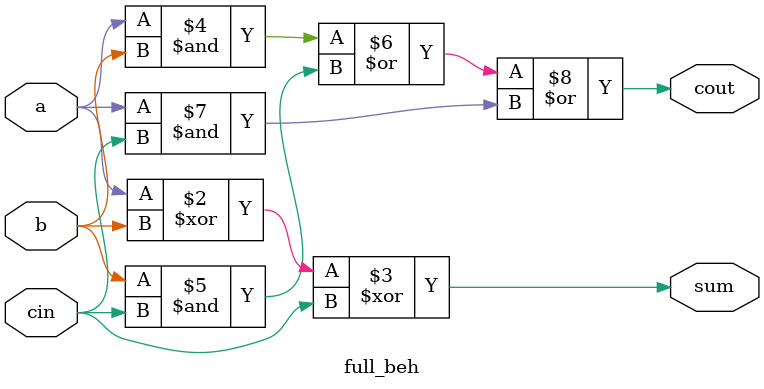
<source format=v>


// xor g1(w1, a, b),
//     g2(sum, w1, cin);
// and g3(w2, a, b),
//     g4(w3, w1, cin);
// or g5(cout, w2, w3);

// endmodule


//REGISTER TRANSFER LEVEL 
// module full_rtl (sum, cout, a, b, cin);
// input a, b, cin;
// output sum, cout;
// assign sum = a ^ b ^ cin;
// assign cout = (a & b) | (b & cin) | (a & cin);
// endmodule


//BEHAVIORAL LEVEL 
module full_beh (sum, cout, a, b, cin);
input a, b, cin;
output reg sum, cout;
always @(a, b, cin) begin
sum = a ^ b ^ cin;
cout = (a & b) | (b & cin) | (a & cin);
end
endmodule
</source>
